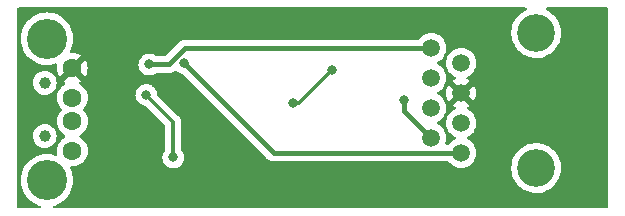
<source format=gbr>
%TF.GenerationSoftware,KiCad,Pcbnew,(6.0.4)*%
%TF.CreationDate,2023-01-25T09:54:27+09:00*%
%TF.ProjectId,naraetracker-usb-convertor,6e617261-6574-4726-9163-6b65722d7573,rev?*%
%TF.SameCoordinates,Original*%
%TF.FileFunction,Copper,L2,Bot*%
%TF.FilePolarity,Positive*%
%FSLAX46Y46*%
G04 Gerber Fmt 4.6, Leading zero omitted, Abs format (unit mm)*
G04 Created by KiCad (PCBNEW (6.0.4)) date 2023-01-25 09:54:27*
%MOMM*%
%LPD*%
G01*
G04 APERTURE LIST*
%TA.AperFunction,ComponentPad*%
%ADD10C,3.200000*%
%TD*%
%TA.AperFunction,ComponentPad*%
%ADD11C,1.520000*%
%TD*%
%TA.AperFunction,ComponentPad*%
%ADD12C,1.000000*%
%TD*%
%TA.AperFunction,ComponentPad*%
%ADD13C,1.600000*%
%TD*%
%TA.AperFunction,ComponentPad*%
%ADD14C,3.400000*%
%TD*%
%TA.AperFunction,ViaPad*%
%ADD15C,0.800000*%
%TD*%
%TA.AperFunction,Conductor*%
%ADD16C,0.300000*%
%TD*%
%TA.AperFunction,Conductor*%
%ADD17C,0.400000*%
%TD*%
G04 APERTURE END LIST*
D10*
%TO.P,RJ1,*%
%TO.N,*%
X146812000Y-93858000D03*
X146812000Y-82428000D03*
D11*
%TO.P,RJ1,1,1*%
%TO.N,/TX*%
X140462000Y-92578000D03*
%TO.P,RJ1,2,2*%
%TO.N,/RST*%
X137922000Y-91308000D03*
%TO.P,RJ1,3,3*%
%TO.N,+3V3*%
X140462000Y-90038000D03*
%TO.P,RJ1,4,4*%
%TO.N,unconnected-(RJ1-Pad4)*%
X137922000Y-88768000D03*
%TO.P,RJ1,5,5*%
%TO.N,GND*%
X140462000Y-87508000D03*
%TO.P,RJ1,6,6*%
%TO.N,unconnected-(RJ1-Pad6)*%
X137922000Y-86238000D03*
%TO.P,RJ1,7,7*%
%TO.N,/IO0*%
X140462000Y-84958000D03*
%TO.P,RJ1,8,8*%
%TO.N,/RX*%
X137922000Y-83698000D03*
%TD*%
D12*
%TO.P,USB1,*%
%TO.N,*%
X105191000Y-91150000D03*
X105191000Y-86650000D03*
D13*
%TO.P,USB1,1,VCC*%
%TO.N,VBUS*%
X107541000Y-92400000D03*
%TO.P,USB1,2,D-*%
%TO.N,/DM*%
X107541000Y-89900000D03*
%TO.P,USB1,3,D+*%
%TO.N,/DP*%
X107541000Y-87900000D03*
%TO.P,USB1,4,GND*%
%TO.N,GND*%
X107521000Y-85400000D03*
D14*
%TO.P,USB1,MH1,MH1*%
%TO.N,unconnected-(USB1-PadMH1)*%
X105381000Y-94900000D03*
%TO.P,USB1,MH2,MH2*%
%TO.N,unconnected-(USB1-PadMH2)*%
X105381000Y-82900000D03*
%TD*%
D15*
%TO.N,GND*%
X117348000Y-90678000D03*
X112522000Y-81788000D03*
X120396000Y-82042000D03*
X108966000Y-81788000D03*
%TO.N,+3V3*%
X116078000Y-92964000D03*
X113792000Y-87657020D03*
%TO.N,Net-(Q1-Pad2)*%
X126238000Y-88392000D03*
X129540000Y-85598000D03*
%TO.N,/RST*%
X135636000Y-88138000D03*
%TO.N,/TX*%
X116965000Y-84965000D03*
%TO.N,/RX*%
X114046000Y-85090000D03*
%TD*%
D16*
%TO.N,+3V3*%
X113792000Y-87657020D02*
X116078000Y-89943020D01*
X116078000Y-89943020D02*
X116078000Y-92964000D01*
%TO.N,Net-(Q1-Pad2)*%
X129540000Y-85598000D02*
X126746000Y-88392000D01*
X126746000Y-88392000D02*
X126238000Y-88392000D01*
D17*
%TO.N,/RST*%
X135636000Y-89022000D02*
X137922000Y-91308000D01*
X135636000Y-88138000D02*
X135636000Y-89022000D01*
%TO.N,/TX*%
X124578000Y-92578000D02*
X140462000Y-92578000D01*
X116965000Y-84965000D02*
X124578000Y-92578000D01*
%TO.N,/RX*%
X117101320Y-83698000D02*
X137922000Y-83698000D01*
X115709320Y-85090000D02*
X117101320Y-83698000D01*
X114046000Y-85090000D02*
X115709320Y-85090000D01*
%TD*%
%TA.AperFunction,Conductor*%
%TO.N,GND*%
G36*
X145961532Y-80284502D02*
G01*
X146008025Y-80338158D01*
X146018129Y-80408432D01*
X145988635Y-80473012D01*
X145942846Y-80506397D01*
X145852524Y-80544923D01*
X145727960Y-80619473D01*
X145609521Y-80690357D01*
X145609517Y-80690360D01*
X145605839Y-80692561D01*
X145381472Y-80872313D01*
X145183577Y-81080851D01*
X145015814Y-81314317D01*
X144881288Y-81568392D01*
X144782489Y-81838373D01*
X144721245Y-82119264D01*
X144720909Y-82123534D01*
X144704883Y-82327172D01*
X144698689Y-82405869D01*
X144715238Y-82692883D01*
X144716063Y-82697088D01*
X144716064Y-82697096D01*
X144748010Y-82859921D01*
X144770586Y-82974995D01*
X144771973Y-82979045D01*
X144771974Y-82979050D01*
X144851689Y-83211876D01*
X144863710Y-83246986D01*
X144892265Y-83303761D01*
X144979338Y-83476886D01*
X144992885Y-83503822D01*
X145155721Y-83740750D01*
X145158608Y-83743923D01*
X145158609Y-83743924D01*
X145262781Y-83858408D01*
X145349206Y-83953388D01*
X145352501Y-83956143D01*
X145352502Y-83956144D01*
X145564631Y-84133510D01*
X145569759Y-84137798D01*
X145813298Y-84290571D01*
X146075318Y-84408877D01*
X146099517Y-84416045D01*
X146346857Y-84489311D01*
X146346862Y-84489312D01*
X146350970Y-84490529D01*
X146355204Y-84491177D01*
X146355209Y-84491178D01*
X146594538Y-84527800D01*
X146635153Y-84534015D01*
X146781485Y-84536314D01*
X146918317Y-84538464D01*
X146918323Y-84538464D01*
X146922608Y-84538531D01*
X146926860Y-84538016D01*
X146926868Y-84538016D01*
X147203756Y-84504508D01*
X147203761Y-84504507D01*
X147208017Y-84503992D01*
X147486097Y-84431039D01*
X147751704Y-84321021D01*
X147924865Y-84219834D01*
X147996219Y-84178138D01*
X147996220Y-84178137D01*
X147999922Y-84175974D01*
X148226159Y-83998582D01*
X148241685Y-83982561D01*
X148361997Y-83858408D01*
X148426227Y-83792128D01*
X148428760Y-83788680D01*
X148428764Y-83788675D01*
X148593887Y-83563886D01*
X148596425Y-83560431D01*
X148733604Y-83307779D01*
X148790073Y-83158339D01*
X148833707Y-83042866D01*
X148833708Y-83042862D01*
X148835225Y-83038848D01*
X148899407Y-82758613D01*
X148902907Y-82719402D01*
X148924743Y-82474726D01*
X148924743Y-82474724D01*
X148924963Y-82472260D01*
X148925427Y-82428000D01*
X148905873Y-82141175D01*
X148901336Y-82119264D01*
X148848443Y-81863855D01*
X148847574Y-81859658D01*
X148751607Y-81588657D01*
X148619750Y-81333188D01*
X148606488Y-81314317D01*
X148488780Y-81146837D01*
X148454441Y-81097977D01*
X148258740Y-80887378D01*
X148036268Y-80705287D01*
X147791142Y-80555073D01*
X147679058Y-80505872D01*
X147624725Y-80460177D01*
X147603720Y-80392359D01*
X147622714Y-80323951D01*
X147675678Y-80276671D01*
X147729706Y-80264500D01*
X152781500Y-80264500D01*
X152849621Y-80284502D01*
X152896114Y-80338158D01*
X152907500Y-80390500D01*
X152907500Y-97155500D01*
X152887498Y-97223621D01*
X152833842Y-97270114D01*
X152781500Y-97281500D01*
X105999155Y-97281500D01*
X105931034Y-97261498D01*
X105884541Y-97207842D01*
X105874437Y-97137568D01*
X105903931Y-97072988D01*
X105958654Y-97036187D01*
X106224066Y-96946092D01*
X106224076Y-96946088D01*
X106227970Y-96944766D01*
X106231665Y-96942944D01*
X106483916Y-96818548D01*
X106483921Y-96818545D01*
X106487620Y-96816721D01*
X106728335Y-96655881D01*
X106731429Y-96653168D01*
X106731435Y-96653163D01*
X106942907Y-96467705D01*
X106945996Y-96464996D01*
X106948833Y-96461761D01*
X107134164Y-96250434D01*
X107134169Y-96250427D01*
X107136881Y-96247335D01*
X107297721Y-96006619D01*
X107425766Y-95746970D01*
X107427090Y-95743070D01*
X107517498Y-95476738D01*
X107517499Y-95476734D01*
X107518825Y-95472828D01*
X107528240Y-95425498D01*
X107574500Y-95192929D01*
X107574500Y-95192926D01*
X107575304Y-95188886D01*
X107594239Y-94900000D01*
X107575304Y-94611114D01*
X107546173Y-94464660D01*
X107519631Y-94331222D01*
X107519629Y-94331216D01*
X107518825Y-94327172D01*
X107471791Y-94188613D01*
X107427090Y-94056930D01*
X107427089Y-94056928D01*
X107425766Y-94053030D01*
X107344584Y-93888409D01*
X107332394Y-93818468D01*
X107359953Y-93753039D01*
X107418511Y-93712895D01*
X107468572Y-93707162D01*
X107535514Y-93713019D01*
X107535525Y-93713019D01*
X107541000Y-93713498D01*
X107769087Y-93693543D01*
X107774400Y-93692119D01*
X107774402Y-93692119D01*
X107984933Y-93635707D01*
X107984935Y-93635706D01*
X107990243Y-93634284D01*
X107995225Y-93631961D01*
X108192762Y-93539849D01*
X108192767Y-93539846D01*
X108197749Y-93537523D01*
X108302611Y-93464098D01*
X108380789Y-93409357D01*
X108380792Y-93409355D01*
X108385300Y-93406198D01*
X108547198Y-93244300D01*
X108555282Y-93232756D01*
X108642367Y-93108385D01*
X108678523Y-93056749D01*
X108680846Y-93051767D01*
X108680849Y-93051762D01*
X108772961Y-92854225D01*
X108772961Y-92854224D01*
X108775284Y-92849243D01*
X108790185Y-92793634D01*
X108833119Y-92633402D01*
X108833119Y-92633400D01*
X108834543Y-92628087D01*
X108854498Y-92400000D01*
X108834543Y-92171913D01*
X108820729Y-92120357D01*
X108776707Y-91956067D01*
X108776706Y-91956065D01*
X108775284Y-91950757D01*
X108744090Y-91883861D01*
X108680849Y-91748238D01*
X108680846Y-91748233D01*
X108678523Y-91743251D01*
X108547198Y-91555700D01*
X108385300Y-91393802D01*
X108380792Y-91390645D01*
X108380789Y-91390643D01*
X108270581Y-91313475D01*
X108197749Y-91262477D01*
X108192767Y-91260154D01*
X108190973Y-91259118D01*
X108141981Y-91207734D01*
X108128546Y-91138021D01*
X108154934Y-91072110D01*
X108190973Y-91040882D01*
X108192767Y-91039846D01*
X108197749Y-91037523D01*
X108338017Y-90939306D01*
X108380789Y-90909357D01*
X108380792Y-90909355D01*
X108385300Y-90906198D01*
X108547198Y-90744300D01*
X108678523Y-90556749D01*
X108680846Y-90551767D01*
X108680849Y-90551762D01*
X108772961Y-90354225D01*
X108772961Y-90354224D01*
X108775284Y-90349243D01*
X108780601Y-90329402D01*
X108833119Y-90133402D01*
X108833119Y-90133400D01*
X108834543Y-90128087D01*
X108854498Y-89900000D01*
X108834543Y-89671913D01*
X108823481Y-89630630D01*
X108776707Y-89456067D01*
X108776706Y-89456065D01*
X108775284Y-89450757D01*
X108755897Y-89409181D01*
X108680849Y-89248238D01*
X108680846Y-89248233D01*
X108678523Y-89243251D01*
X108593831Y-89122299D01*
X108550357Y-89060211D01*
X108550355Y-89060208D01*
X108547198Y-89055700D01*
X108480593Y-88989095D01*
X108446567Y-88926783D01*
X108451632Y-88855968D01*
X108480593Y-88810905D01*
X108547198Y-88744300D01*
X108554179Y-88734331D01*
X108617046Y-88644547D01*
X108678523Y-88556749D01*
X108680846Y-88551767D01*
X108680849Y-88551762D01*
X108772961Y-88354225D01*
X108772961Y-88354224D01*
X108775284Y-88349243D01*
X108780996Y-88327928D01*
X108833119Y-88133402D01*
X108833119Y-88133400D01*
X108834543Y-88128087D01*
X108854498Y-87900000D01*
X108834543Y-87671913D01*
X108832002Y-87662429D01*
X108830553Y-87657020D01*
X112878496Y-87657020D01*
X112879186Y-87663585D01*
X112886623Y-87734340D01*
X112898458Y-87846948D01*
X112957473Y-88028576D01*
X113052960Y-88193964D01*
X113057378Y-88198871D01*
X113057379Y-88198872D01*
X113176325Y-88330975D01*
X113180747Y-88335886D01*
X113335248Y-88448138D01*
X113341276Y-88450822D01*
X113341278Y-88450823D01*
X113503681Y-88523129D01*
X113509712Y-88525814D01*
X113603113Y-88545667D01*
X113690056Y-88564148D01*
X113690061Y-88564148D01*
X113696513Y-88565520D01*
X113717050Y-88565520D01*
X113785171Y-88585522D01*
X113806145Y-88602425D01*
X115382595Y-90178875D01*
X115416621Y-90241187D01*
X115419500Y-90267970D01*
X115419500Y-92289241D01*
X115399498Y-92357362D01*
X115387136Y-92373551D01*
X115358392Y-92405475D01*
X115338960Y-92427056D01*
X115243473Y-92592444D01*
X115184458Y-92774072D01*
X115164496Y-92964000D01*
X115165186Y-92970565D01*
X115183732Y-93147016D01*
X115184458Y-93153928D01*
X115243473Y-93335556D01*
X115338960Y-93500944D01*
X115466747Y-93642866D01*
X115621248Y-93755118D01*
X115627276Y-93757802D01*
X115627278Y-93757803D01*
X115715519Y-93797090D01*
X115795712Y-93832794D01*
X115880734Y-93850866D01*
X115976056Y-93871128D01*
X115976061Y-93871128D01*
X115982513Y-93872500D01*
X116173487Y-93872500D01*
X116179939Y-93871128D01*
X116179944Y-93871128D01*
X116275266Y-93850866D01*
X116360288Y-93832794D01*
X116440481Y-93797090D01*
X116528722Y-93757803D01*
X116528724Y-93757802D01*
X116534752Y-93755118D01*
X116689253Y-93642866D01*
X116817040Y-93500944D01*
X116912527Y-93335556D01*
X116971542Y-93153928D01*
X116972269Y-93147016D01*
X116990814Y-92970565D01*
X116991504Y-92964000D01*
X116971542Y-92774072D01*
X116912527Y-92592444D01*
X116817040Y-92427056D01*
X116797609Y-92405475D01*
X116768864Y-92373551D01*
X116738146Y-92309544D01*
X116736500Y-92289241D01*
X116736500Y-90025076D01*
X116737059Y-90013220D01*
X116737059Y-90013217D01*
X116738788Y-90005483D01*
X116736562Y-89934651D01*
X116736500Y-89930693D01*
X116736500Y-89901588D01*
X116735944Y-89897188D01*
X116735012Y-89885350D01*
X116734627Y-89873075D01*
X116733562Y-89839189D01*
X116727580Y-89818599D01*
X116723570Y-89799236D01*
X116721875Y-89785816D01*
X116721875Y-89785815D01*
X116720882Y-89777956D01*
X116717966Y-89770591D01*
X116717965Y-89770587D01*
X116703874Y-89734999D01*
X116700035Y-89723789D01*
X116687145Y-89679420D01*
X116676229Y-89660963D01*
X116667534Y-89643213D01*
X116659635Y-89623264D01*
X116640922Y-89597508D01*
X116632477Y-89585884D01*
X116625960Y-89575963D01*
X116602452Y-89536213D01*
X116587291Y-89521052D01*
X116574449Y-89506017D01*
X116561841Y-89488663D01*
X116526241Y-89459212D01*
X116517462Y-89451223D01*
X114734970Y-87668730D01*
X114700944Y-87606418D01*
X114698755Y-87592806D01*
X114697265Y-87578624D01*
X114685542Y-87467092D01*
X114680235Y-87450757D01*
X114628569Y-87291749D01*
X114626527Y-87285464D01*
X114617141Y-87269206D01*
X114534341Y-87125794D01*
X114531040Y-87120076D01*
X114493130Y-87077972D01*
X114407675Y-86983065D01*
X114407674Y-86983064D01*
X114403253Y-86978154D01*
X114267029Y-86879181D01*
X114254094Y-86869783D01*
X114254093Y-86869782D01*
X114248752Y-86865902D01*
X114242724Y-86863218D01*
X114242722Y-86863217D01*
X114080319Y-86790911D01*
X114080318Y-86790911D01*
X114074288Y-86788226D01*
X113968002Y-86765634D01*
X113893944Y-86749892D01*
X113893939Y-86749892D01*
X113887487Y-86748520D01*
X113696513Y-86748520D01*
X113690061Y-86749892D01*
X113690056Y-86749892D01*
X113615998Y-86765634D01*
X113509712Y-86788226D01*
X113503682Y-86790911D01*
X113503681Y-86790911D01*
X113341278Y-86863217D01*
X113341276Y-86863218D01*
X113335248Y-86865902D01*
X113329907Y-86869782D01*
X113329906Y-86869783D01*
X113316971Y-86879181D01*
X113180747Y-86978154D01*
X113176326Y-86983064D01*
X113176325Y-86983065D01*
X113090871Y-87077972D01*
X113052960Y-87120076D01*
X113049659Y-87125794D01*
X112966860Y-87269206D01*
X112957473Y-87285464D01*
X112898458Y-87467092D01*
X112897768Y-87473653D01*
X112897768Y-87473655D01*
X112885328Y-87592017D01*
X112878496Y-87657020D01*
X108830553Y-87657020D01*
X108776707Y-87456067D01*
X108776706Y-87456065D01*
X108775284Y-87450757D01*
X108767489Y-87434040D01*
X108680849Y-87248238D01*
X108680846Y-87248233D01*
X108678523Y-87243251D01*
X108603409Y-87135978D01*
X108550357Y-87060211D01*
X108550355Y-87060208D01*
X108547198Y-87055700D01*
X108385300Y-86893802D01*
X108380792Y-86890645D01*
X108380789Y-86890643D01*
X108298372Y-86832934D01*
X108197749Y-86762477D01*
X108189426Y-86758596D01*
X108188203Y-86757520D01*
X108187998Y-86757401D01*
X108188022Y-86757360D01*
X108136139Y-86711681D01*
X108116675Y-86643405D01*
X108137214Y-86575444D01*
X108177602Y-86537237D01*
X108177498Y-86537088D01*
X108178506Y-86536382D01*
X108179671Y-86535280D01*
X108182002Y-86533934D01*
X108234048Y-86497491D01*
X108242424Y-86487012D01*
X108235356Y-86473566D01*
X107533812Y-85772022D01*
X107519868Y-85764408D01*
X107518035Y-85764539D01*
X107511420Y-85768790D01*
X106805923Y-86474287D01*
X106799493Y-86486062D01*
X106808789Y-86498077D01*
X106859994Y-86533931D01*
X106869487Y-86539412D01*
X106872555Y-86540843D01*
X106873679Y-86541832D01*
X106874253Y-86542164D01*
X106874186Y-86542279D01*
X106925839Y-86587762D01*
X106945298Y-86656039D01*
X106924755Y-86723999D01*
X106884181Y-86762378D01*
X106884251Y-86762477D01*
X106879742Y-86765634D01*
X106879739Y-86765636D01*
X106701211Y-86890643D01*
X106701208Y-86890645D01*
X106696700Y-86893802D01*
X106534802Y-87055700D01*
X106531645Y-87060208D01*
X106531643Y-87060211D01*
X106478591Y-87135978D01*
X106403477Y-87243251D01*
X106401154Y-87248233D01*
X106401151Y-87248238D01*
X106314511Y-87434040D01*
X106306716Y-87450757D01*
X106305294Y-87456065D01*
X106305293Y-87456067D01*
X106249998Y-87662429D01*
X106247457Y-87671913D01*
X106227502Y-87900000D01*
X106247457Y-88128087D01*
X106248881Y-88133400D01*
X106248881Y-88133402D01*
X106301005Y-88327928D01*
X106306716Y-88349243D01*
X106309039Y-88354224D01*
X106309039Y-88354225D01*
X106401151Y-88551762D01*
X106401154Y-88551767D01*
X106403477Y-88556749D01*
X106464954Y-88644547D01*
X106527822Y-88734331D01*
X106534802Y-88744300D01*
X106601407Y-88810905D01*
X106635433Y-88873217D01*
X106630368Y-88944032D01*
X106601407Y-88989095D01*
X106534802Y-89055700D01*
X106531645Y-89060208D01*
X106531643Y-89060211D01*
X106488169Y-89122299D01*
X106403477Y-89243251D01*
X106401154Y-89248233D01*
X106401151Y-89248238D01*
X106326103Y-89409181D01*
X106306716Y-89450757D01*
X106305294Y-89456065D01*
X106305293Y-89456067D01*
X106258519Y-89630630D01*
X106247457Y-89671913D01*
X106227502Y-89900000D01*
X106247457Y-90128087D01*
X106248881Y-90133400D01*
X106248881Y-90133402D01*
X106301400Y-90329402D01*
X106306716Y-90349243D01*
X106309039Y-90354224D01*
X106309039Y-90354225D01*
X106401151Y-90551762D01*
X106401154Y-90551767D01*
X106403477Y-90556749D01*
X106534802Y-90744300D01*
X106696700Y-90906198D01*
X106701208Y-90909355D01*
X106701211Y-90909357D01*
X106743983Y-90939306D01*
X106884251Y-91037523D01*
X106889233Y-91039846D01*
X106891027Y-91040882D01*
X106940019Y-91092266D01*
X106953454Y-91161979D01*
X106927066Y-91227890D01*
X106891027Y-91259118D01*
X106889233Y-91260154D01*
X106884251Y-91262477D01*
X106811419Y-91313475D01*
X106701211Y-91390643D01*
X106701208Y-91390645D01*
X106696700Y-91393802D01*
X106534802Y-91555700D01*
X106403477Y-91743251D01*
X106401154Y-91748233D01*
X106401151Y-91748238D01*
X106337910Y-91883861D01*
X106306716Y-91950757D01*
X106305294Y-91956065D01*
X106305293Y-91956067D01*
X106261271Y-92120357D01*
X106247457Y-92171913D01*
X106227502Y-92400000D01*
X106247457Y-92628087D01*
X106248881Y-92633400D01*
X106248881Y-92633402D01*
X106255349Y-92657541D01*
X106253659Y-92728518D01*
X106213864Y-92787314D01*
X106148600Y-92815261D01*
X106093141Y-92809465D01*
X105957743Y-92763504D01*
X105953828Y-92762175D01*
X105949784Y-92761371D01*
X105949778Y-92761369D01*
X105673929Y-92706500D01*
X105673926Y-92706500D01*
X105669886Y-92705696D01*
X105665775Y-92705427D01*
X105665771Y-92705426D01*
X105385119Y-92687031D01*
X105381000Y-92686761D01*
X105376881Y-92687031D01*
X105096229Y-92705426D01*
X105096225Y-92705427D01*
X105092114Y-92705696D01*
X105088074Y-92706500D01*
X105088071Y-92706500D01*
X104812222Y-92761369D01*
X104812216Y-92761371D01*
X104808172Y-92762175D01*
X104804266Y-92763501D01*
X104804262Y-92763502D01*
X104537930Y-92853910D01*
X104534030Y-92855234D01*
X104530337Y-92857055D01*
X104530335Y-92857056D01*
X104357091Y-92942491D01*
X104274381Y-92983279D01*
X104033665Y-93144119D01*
X104030573Y-93146831D01*
X104030566Y-93146836D01*
X103866983Y-93290296D01*
X103816004Y-93335004D01*
X103813295Y-93338093D01*
X103627836Y-93549566D01*
X103627831Y-93549573D01*
X103625119Y-93552665D01*
X103464279Y-93793381D01*
X103336234Y-94053030D01*
X103334911Y-94056928D01*
X103334910Y-94056930D01*
X103290210Y-94188613D01*
X103243175Y-94327172D01*
X103242371Y-94331216D01*
X103242369Y-94331222D01*
X103215827Y-94464660D01*
X103186696Y-94611114D01*
X103167761Y-94900000D01*
X103186696Y-95188886D01*
X103187500Y-95192926D01*
X103187500Y-95192929D01*
X103233761Y-95425498D01*
X103243175Y-95472828D01*
X103244501Y-95476734D01*
X103244502Y-95476738D01*
X103334910Y-95743070D01*
X103336234Y-95746970D01*
X103464279Y-96006619D01*
X103625119Y-96247335D01*
X103627831Y-96250427D01*
X103627836Y-96250434D01*
X103813167Y-96461761D01*
X103816004Y-96464996D01*
X103819093Y-96467705D01*
X104030565Y-96653163D01*
X104030571Y-96653168D01*
X104033665Y-96655881D01*
X104274380Y-96816721D01*
X104278079Y-96818545D01*
X104278084Y-96818548D01*
X104530335Y-96942944D01*
X104534030Y-96944766D01*
X104537924Y-96946088D01*
X104537934Y-96946092D01*
X104803346Y-97036187D01*
X104861423Y-97077024D01*
X104888201Y-97142777D01*
X104875180Y-97212569D01*
X104826493Y-97264242D01*
X104762845Y-97281500D01*
X102996500Y-97281500D01*
X102928379Y-97261498D01*
X102881886Y-97207842D01*
X102870500Y-97155500D01*
X102870500Y-91135851D01*
X104177719Y-91135851D01*
X104178235Y-91141995D01*
X104193518Y-91324000D01*
X104194268Y-91332934D01*
X104248783Y-91523050D01*
X104339187Y-91698956D01*
X104462035Y-91853953D01*
X104466728Y-91857947D01*
X104466729Y-91857948D01*
X104602194Y-91973237D01*
X104612650Y-91982136D01*
X104785294Y-92078624D01*
X104973392Y-92139740D01*
X105169777Y-92163158D01*
X105175912Y-92162686D01*
X105175914Y-92162686D01*
X105360830Y-92148457D01*
X105360834Y-92148456D01*
X105366972Y-92147984D01*
X105557463Y-92094798D01*
X105562967Y-92092018D01*
X105562969Y-92092017D01*
X105728495Y-92008404D01*
X105728497Y-92008403D01*
X105733996Y-92005625D01*
X105889847Y-91883861D01*
X105983489Y-91775376D01*
X106015049Y-91738813D01*
X106015050Y-91738811D01*
X106019078Y-91734145D01*
X106116769Y-91562179D01*
X106179197Y-91374513D01*
X106203985Y-91178295D01*
X106204380Y-91150000D01*
X106185080Y-90953167D01*
X106127916Y-90763831D01*
X106035066Y-90589204D01*
X105964709Y-90502938D01*
X105913960Y-90440713D01*
X105913957Y-90440710D01*
X105910065Y-90435938D01*
X105903724Y-90430692D01*
X105762425Y-90313799D01*
X105762421Y-90313797D01*
X105757675Y-90309870D01*
X105583701Y-90215802D01*
X105394768Y-90157318D01*
X105388643Y-90156674D01*
X105388642Y-90156674D01*
X105204204Y-90137289D01*
X105204202Y-90137289D01*
X105198075Y-90136645D01*
X105115576Y-90144153D01*
X105007251Y-90154011D01*
X105007248Y-90154012D01*
X105001112Y-90154570D01*
X104995206Y-90156308D01*
X104995202Y-90156309D01*
X104918529Y-90178875D01*
X104811381Y-90210410D01*
X104805923Y-90213263D01*
X104805919Y-90213265D01*
X104718219Y-90259114D01*
X104636110Y-90302040D01*
X104481975Y-90425968D01*
X104354846Y-90577474D01*
X104351879Y-90582872D01*
X104351875Y-90582877D01*
X104301411Y-90674672D01*
X104259567Y-90750787D01*
X104257706Y-90756654D01*
X104257705Y-90756656D01*
X104209265Y-90909357D01*
X104199765Y-90939306D01*
X104177719Y-91135851D01*
X102870500Y-91135851D01*
X102870500Y-86635851D01*
X104177719Y-86635851D01*
X104178235Y-86641995D01*
X104193561Y-86824509D01*
X104194268Y-86832934D01*
X104248783Y-87023050D01*
X104251602Y-87028535D01*
X104310734Y-87143592D01*
X104339187Y-87198956D01*
X104462035Y-87353953D01*
X104466728Y-87357947D01*
X104466729Y-87357948D01*
X104587597Y-87460814D01*
X104612650Y-87482136D01*
X104785294Y-87578624D01*
X104973392Y-87639740D01*
X105169777Y-87663158D01*
X105175912Y-87662686D01*
X105175914Y-87662686D01*
X105360830Y-87648457D01*
X105360834Y-87648456D01*
X105366972Y-87647984D01*
X105557463Y-87594798D01*
X105562967Y-87592018D01*
X105562969Y-87592017D01*
X105728495Y-87508404D01*
X105728497Y-87508403D01*
X105733996Y-87505625D01*
X105889847Y-87383861D01*
X105989999Y-87267834D01*
X106015049Y-87238813D01*
X106015050Y-87238811D01*
X106019078Y-87234145D01*
X106116769Y-87062179D01*
X106179197Y-86874513D01*
X106203985Y-86678295D01*
X106204380Y-86650000D01*
X106185080Y-86453167D01*
X106171698Y-86408842D01*
X106133024Y-86280749D01*
X106127916Y-86263831D01*
X106035066Y-86089204D01*
X105961089Y-85998500D01*
X105913960Y-85940713D01*
X105913957Y-85940710D01*
X105910065Y-85935938D01*
X105902334Y-85929542D01*
X105762425Y-85813799D01*
X105762421Y-85813797D01*
X105757675Y-85809870D01*
X105583701Y-85715802D01*
X105394768Y-85657318D01*
X105388643Y-85656674D01*
X105388642Y-85656674D01*
X105204204Y-85637289D01*
X105204202Y-85637289D01*
X105198075Y-85636645D01*
X105115576Y-85644153D01*
X105007251Y-85654011D01*
X105007248Y-85654012D01*
X105001112Y-85654570D01*
X104995206Y-85656308D01*
X104995202Y-85656309D01*
X104890076Y-85687249D01*
X104811381Y-85710410D01*
X104805923Y-85713263D01*
X104805919Y-85713265D01*
X104745092Y-85745065D01*
X104636110Y-85802040D01*
X104481975Y-85925968D01*
X104354846Y-86077474D01*
X104351879Y-86082872D01*
X104351875Y-86082877D01*
X104307104Y-86164317D01*
X104259567Y-86250787D01*
X104257706Y-86256654D01*
X104257705Y-86256656D01*
X104252852Y-86271955D01*
X104199765Y-86439306D01*
X104177719Y-86635851D01*
X102870500Y-86635851D01*
X102870500Y-82900000D01*
X103167761Y-82900000D01*
X103168031Y-82904119D01*
X103185348Y-83168314D01*
X103186696Y-83188886D01*
X103187500Y-83192926D01*
X103187500Y-83192929D01*
X103201337Y-83262490D01*
X103243175Y-83472828D01*
X103244501Y-83476734D01*
X103244502Y-83476738D01*
X103334910Y-83743070D01*
X103336234Y-83746970D01*
X103338053Y-83750658D01*
X103338056Y-83750665D01*
X103360021Y-83795206D01*
X103464279Y-84006619D01*
X103625119Y-84247335D01*
X103627831Y-84250427D01*
X103627836Y-84250434D01*
X103802051Y-84449086D01*
X103816004Y-84464996D01*
X103819093Y-84467705D01*
X104030565Y-84653163D01*
X104030571Y-84653168D01*
X104033665Y-84655881D01*
X104274380Y-84816721D01*
X104278079Y-84818545D01*
X104278084Y-84818548D01*
X104530335Y-84942944D01*
X104534030Y-84944766D01*
X104537928Y-84946089D01*
X104537930Y-84946090D01*
X104804262Y-85036498D01*
X104804266Y-85036499D01*
X104808172Y-85037825D01*
X104812216Y-85038629D01*
X104812222Y-85038631D01*
X105088071Y-85093500D01*
X105088074Y-85093500D01*
X105092114Y-85094304D01*
X105096225Y-85094573D01*
X105096229Y-85094574D01*
X105376881Y-85112969D01*
X105381000Y-85113239D01*
X105385119Y-85112969D01*
X105665771Y-85094574D01*
X105665775Y-85094573D01*
X105669886Y-85094304D01*
X105673926Y-85093500D01*
X105673929Y-85093500D01*
X105949778Y-85038631D01*
X105949784Y-85038629D01*
X105953828Y-85037825D01*
X105974767Y-85030717D01*
X106071709Y-84997810D01*
X106142644Y-84994854D01*
X106203916Y-85030717D01*
X106236073Y-85094014D01*
X106233917Y-85149732D01*
X106229376Y-85166681D01*
X106227472Y-85177481D01*
X106208483Y-85394525D01*
X106208483Y-85405475D01*
X106227472Y-85622519D01*
X106229375Y-85633312D01*
X106285764Y-85843761D01*
X106289510Y-85854053D01*
X106381586Y-86051511D01*
X106387069Y-86061006D01*
X106423509Y-86113048D01*
X106433988Y-86121424D01*
X106447434Y-86114356D01*
X107160658Y-85401132D01*
X107885408Y-85401132D01*
X107885539Y-85402965D01*
X107889790Y-85409580D01*
X108595287Y-86115077D01*
X108607062Y-86121507D01*
X108619077Y-86112211D01*
X108654931Y-86061006D01*
X108660414Y-86051511D01*
X108752490Y-85854053D01*
X108756236Y-85843761D01*
X108812625Y-85633312D01*
X108814528Y-85622519D01*
X108833517Y-85405475D01*
X108833517Y-85394525D01*
X108814528Y-85177481D01*
X108812625Y-85166688D01*
X108792077Y-85090000D01*
X113132496Y-85090000D01*
X113133186Y-85096565D01*
X113150633Y-85262561D01*
X113152458Y-85279928D01*
X113211473Y-85461556D01*
X113306960Y-85626944D01*
X113311378Y-85631851D01*
X113311379Y-85631852D01*
X113414367Y-85746232D01*
X113434747Y-85768866D01*
X113589248Y-85881118D01*
X113595276Y-85883802D01*
X113595278Y-85883803D01*
X113723101Y-85940713D01*
X113763712Y-85958794D01*
X113857112Y-85978647D01*
X113944056Y-85997128D01*
X113944061Y-85997128D01*
X113950513Y-85998500D01*
X114141487Y-85998500D01*
X114147939Y-85997128D01*
X114147944Y-85997128D01*
X114234888Y-85978647D01*
X114328288Y-85958794D01*
X114368899Y-85940713D01*
X114496722Y-85883803D01*
X114496724Y-85883802D01*
X114502752Y-85881118D01*
X114540004Y-85854053D01*
X114583344Y-85822564D01*
X114650211Y-85798706D01*
X114657405Y-85798500D01*
X115680408Y-85798500D01*
X115688978Y-85798792D01*
X115739096Y-85802209D01*
X115739100Y-85802209D01*
X115746672Y-85802725D01*
X115754149Y-85801420D01*
X115754150Y-85801420D01*
X115795484Y-85794206D01*
X115809623Y-85791738D01*
X115816141Y-85790777D01*
X115879562Y-85783102D01*
X115886663Y-85780419D01*
X115889272Y-85779778D01*
X115905582Y-85775315D01*
X115908118Y-85774550D01*
X115915604Y-85773243D01*
X115974120Y-85747556D01*
X115980224Y-85745065D01*
X116032868Y-85725173D01*
X116032869Y-85725172D01*
X116039976Y-85722487D01*
X116046239Y-85718183D01*
X116048605Y-85716946D01*
X116063417Y-85708701D01*
X116065671Y-85707368D01*
X116072625Y-85704315D01*
X116123322Y-85665413D01*
X116128652Y-85661541D01*
X116181302Y-85625357D01*
X116182242Y-85626725D01*
X116238330Y-85600528D01*
X116308688Y-85610029D01*
X116343619Y-85635434D01*
X116344423Y-85634541D01*
X116349325Y-85638954D01*
X116353747Y-85643866D01*
X116508248Y-85756118D01*
X116514276Y-85758802D01*
X116514278Y-85758803D01*
X116676681Y-85831109D01*
X116682712Y-85833794D01*
X116778023Y-85854053D01*
X116835569Y-85866285D01*
X116898467Y-85900437D01*
X124056550Y-93058520D01*
X124062404Y-93064785D01*
X124100439Y-93108385D01*
X124106657Y-93112755D01*
X124152697Y-93145112D01*
X124157993Y-93149045D01*
X124208282Y-93188477D01*
X124215204Y-93191602D01*
X124217452Y-93192964D01*
X124232185Y-93201368D01*
X124234524Y-93202622D01*
X124240739Y-93206990D01*
X124247815Y-93209749D01*
X124247819Y-93209751D01*
X124300269Y-93230200D01*
X124306334Y-93232749D01*
X124364573Y-93259045D01*
X124372038Y-93260429D01*
X124374582Y-93261226D01*
X124390848Y-93265859D01*
X124393428Y-93266521D01*
X124400509Y-93269282D01*
X124408042Y-93270274D01*
X124408043Y-93270274D01*
X124440699Y-93274573D01*
X124463857Y-93277622D01*
X124470355Y-93278650D01*
X124533187Y-93290296D01*
X124540767Y-93289859D01*
X124540768Y-93289859D01*
X124595393Y-93286709D01*
X124602647Y-93286500D01*
X139343954Y-93286500D01*
X139412075Y-93306502D01*
X139447167Y-93340230D01*
X139483398Y-93391974D01*
X139483402Y-93391979D01*
X139486561Y-93396490D01*
X139643510Y-93553439D01*
X139648018Y-93556596D01*
X139648021Y-93556598D01*
X139723687Y-93609580D01*
X139825327Y-93680749D01*
X139830309Y-93683072D01*
X139830314Y-93683075D01*
X140021508Y-93772230D01*
X140026490Y-93774553D01*
X140031798Y-93775975D01*
X140031800Y-93775976D01*
X140235571Y-93830576D01*
X140235573Y-93830576D01*
X140240886Y-93832000D01*
X140462000Y-93851345D01*
X140638891Y-93835869D01*
X144698689Y-93835869D01*
X144715238Y-94122883D01*
X144716063Y-94127088D01*
X144716064Y-94127096D01*
X144748010Y-94289921D01*
X144770586Y-94404995D01*
X144771973Y-94409045D01*
X144771974Y-94409050D01*
X144862321Y-94672930D01*
X144863710Y-94676986D01*
X144992885Y-94933822D01*
X145155721Y-95170750D01*
X145349206Y-95383388D01*
X145352501Y-95386143D01*
X145352502Y-95386144D01*
X145456176Y-95472828D01*
X145569759Y-95567798D01*
X145813298Y-95720571D01*
X146075318Y-95838877D01*
X146079437Y-95840097D01*
X146346857Y-95919311D01*
X146346862Y-95919312D01*
X146350970Y-95920529D01*
X146355204Y-95921177D01*
X146355209Y-95921178D01*
X146603811Y-95959219D01*
X146635153Y-95964015D01*
X146781485Y-95966314D01*
X146918317Y-95968464D01*
X146918323Y-95968464D01*
X146922608Y-95968531D01*
X146926860Y-95968016D01*
X146926868Y-95968016D01*
X147203756Y-95934508D01*
X147203761Y-95934507D01*
X147208017Y-95933992D01*
X147486097Y-95861039D01*
X147751704Y-95751021D01*
X147999922Y-95605974D01*
X148226159Y-95428582D01*
X148267285Y-95386144D01*
X148423244Y-95225206D01*
X148426227Y-95222128D01*
X148428760Y-95218680D01*
X148428764Y-95218675D01*
X148593887Y-94993886D01*
X148596425Y-94990431D01*
X148733604Y-94737779D01*
X148835225Y-94468848D01*
X148899407Y-94188613D01*
X148911508Y-94053030D01*
X148924743Y-93904726D01*
X148924743Y-93904724D01*
X148924963Y-93902260D01*
X148925427Y-93858000D01*
X148923687Y-93832479D01*
X148906165Y-93575452D01*
X148906164Y-93575446D01*
X148905873Y-93571175D01*
X148901336Y-93549264D01*
X148869698Y-93396490D01*
X148847574Y-93289658D01*
X148751607Y-93018657D01*
X148664166Y-92849243D01*
X148621715Y-92766995D01*
X148621715Y-92766994D01*
X148619750Y-92763188D01*
X148606488Y-92744317D01*
X148495727Y-92586721D01*
X148454441Y-92527977D01*
X148360659Y-92427056D01*
X148261661Y-92320521D01*
X148261658Y-92320519D01*
X148258740Y-92317378D01*
X148036268Y-92135287D01*
X147791142Y-91985073D01*
X147784452Y-91982136D01*
X147531830Y-91871243D01*
X147527898Y-91869517D01*
X147501963Y-91862129D01*
X147339218Y-91815770D01*
X147251406Y-91790756D01*
X147031856Y-91759510D01*
X146971036Y-91750854D01*
X146971034Y-91750854D01*
X146966784Y-91750249D01*
X146962495Y-91750227D01*
X146962488Y-91750226D01*
X146683583Y-91748765D01*
X146683576Y-91748765D01*
X146679297Y-91748743D01*
X146675053Y-91749302D01*
X146675049Y-91749302D01*
X146597513Y-91759510D01*
X146394266Y-91786268D01*
X146390126Y-91787401D01*
X146390124Y-91787401D01*
X146359269Y-91795842D01*
X146116964Y-91862129D01*
X146113016Y-91863813D01*
X145856476Y-91973237D01*
X145856472Y-91973239D01*
X145852524Y-91974923D01*
X145727960Y-92049473D01*
X145609521Y-92120357D01*
X145609517Y-92120360D01*
X145605839Y-92122561D01*
X145381472Y-92302313D01*
X145183577Y-92510851D01*
X145015814Y-92744317D01*
X145013805Y-92748112D01*
X145013804Y-92748113D01*
X144996585Y-92780635D01*
X144881288Y-92998392D01*
X144873872Y-93018657D01*
X144785903Y-93259045D01*
X144782489Y-93268373D01*
X144721245Y-93549264D01*
X144720909Y-93553534D01*
X144699106Y-93830576D01*
X144698689Y-93835869D01*
X140638891Y-93835869D01*
X140683114Y-93832000D01*
X140688427Y-93830576D01*
X140688429Y-93830576D01*
X140892200Y-93775976D01*
X140892202Y-93775975D01*
X140897510Y-93774553D01*
X140902492Y-93772230D01*
X141093686Y-93683075D01*
X141093691Y-93683072D01*
X141098673Y-93680749D01*
X141200313Y-93609580D01*
X141275979Y-93556598D01*
X141275982Y-93556596D01*
X141280490Y-93553439D01*
X141437439Y-93396490D01*
X141440602Y-93391974D01*
X141561592Y-93219181D01*
X141561593Y-93219179D01*
X141564749Y-93214672D01*
X141567072Y-93209690D01*
X141567075Y-93209685D01*
X141656230Y-93018492D01*
X141656231Y-93018490D01*
X141658553Y-93013510D01*
X141666654Y-92983279D01*
X141714576Y-92804429D01*
X141714576Y-92804427D01*
X141716000Y-92799114D01*
X141735345Y-92578000D01*
X141716000Y-92356886D01*
X141664091Y-92163158D01*
X141659976Y-92147800D01*
X141659975Y-92147798D01*
X141658553Y-92142490D01*
X141648232Y-92120357D01*
X141567075Y-91946315D01*
X141567072Y-91946310D01*
X141564749Y-91941328D01*
X141527167Y-91887655D01*
X141440598Y-91764021D01*
X141440596Y-91764018D01*
X141437439Y-91759510D01*
X141280490Y-91602561D01*
X141275982Y-91599404D01*
X141275979Y-91599402D01*
X141158472Y-91517123D01*
X141098673Y-91475251D01*
X141093691Y-91472928D01*
X141093686Y-91472925D01*
X140984894Y-91422195D01*
X140931609Y-91375278D01*
X140912148Y-91307000D01*
X140932690Y-91239041D01*
X140984894Y-91193805D01*
X141093686Y-91143075D01*
X141093691Y-91143072D01*
X141098673Y-91140749D01*
X141210418Y-91062504D01*
X141275979Y-91016598D01*
X141275982Y-91016596D01*
X141280490Y-91013439D01*
X141437439Y-90856490D01*
X141502320Y-90763831D01*
X141561592Y-90679181D01*
X141561593Y-90679179D01*
X141564749Y-90674672D01*
X141567072Y-90669690D01*
X141567075Y-90669685D01*
X141656230Y-90478492D01*
X141656231Y-90478490D01*
X141658553Y-90473510D01*
X141668621Y-90435938D01*
X141714576Y-90264429D01*
X141714576Y-90264427D01*
X141716000Y-90259114D01*
X141735345Y-90038000D01*
X141716000Y-89816886D01*
X141703594Y-89770587D01*
X141659976Y-89607800D01*
X141659975Y-89607798D01*
X141658553Y-89602490D01*
X141651092Y-89586490D01*
X141567075Y-89406315D01*
X141567072Y-89406310D01*
X141564749Y-89401328D01*
X141547082Y-89376097D01*
X141440598Y-89224021D01*
X141440596Y-89224018D01*
X141437439Y-89219510D01*
X141280490Y-89062561D01*
X141275982Y-89059404D01*
X141275979Y-89059402D01*
X141183188Y-88994429D01*
X141098673Y-88935251D01*
X141085148Y-88928944D01*
X140995026Y-88886919D01*
X140941741Y-88840001D01*
X140922280Y-88771724D01*
X140942822Y-88703764D01*
X140995026Y-88658529D01*
X141093435Y-88612641D01*
X141102931Y-88607158D01*
X141146329Y-88576770D01*
X141154704Y-88566293D01*
X141147635Y-88552845D01*
X140474812Y-87880022D01*
X140460868Y-87872408D01*
X140459035Y-87872539D01*
X140452420Y-87876790D01*
X139775643Y-88553567D01*
X139769213Y-88565342D01*
X139778509Y-88577357D01*
X139821069Y-88607158D01*
X139830566Y-88612641D01*
X139928974Y-88658530D01*
X139982259Y-88705448D01*
X140001720Y-88773725D01*
X139981178Y-88841685D01*
X139928975Y-88886919D01*
X139925697Y-88888448D01*
X139830315Y-88932925D01*
X139830310Y-88932928D01*
X139825328Y-88935251D01*
X139820821Y-88938407D01*
X139820819Y-88938408D01*
X139648021Y-89059402D01*
X139648018Y-89059404D01*
X139643510Y-89062561D01*
X139486561Y-89219510D01*
X139483404Y-89224018D01*
X139483402Y-89224021D01*
X139376918Y-89376097D01*
X139359251Y-89401328D01*
X139356928Y-89406310D01*
X139356925Y-89406315D01*
X139272908Y-89586490D01*
X139265447Y-89602490D01*
X139264025Y-89607798D01*
X139264024Y-89607800D01*
X139220406Y-89770587D01*
X139208000Y-89816886D01*
X139188655Y-90038000D01*
X139208000Y-90259114D01*
X139209424Y-90264427D01*
X139209424Y-90264429D01*
X139255380Y-90435938D01*
X139265447Y-90473510D01*
X139267769Y-90478490D01*
X139267770Y-90478492D01*
X139356925Y-90669685D01*
X139356928Y-90669690D01*
X139359251Y-90674672D01*
X139362407Y-90679179D01*
X139362408Y-90679181D01*
X139421681Y-90763831D01*
X139486561Y-90856490D01*
X139643510Y-91013439D01*
X139648018Y-91016596D01*
X139648021Y-91016598D01*
X139713582Y-91062504D01*
X139825327Y-91140749D01*
X139830309Y-91143072D01*
X139830314Y-91143075D01*
X139939106Y-91193805D01*
X139992391Y-91240722D01*
X140011852Y-91309000D01*
X139991310Y-91376959D01*
X139939106Y-91422195D01*
X139830315Y-91472925D01*
X139830310Y-91472928D01*
X139825328Y-91475251D01*
X139820821Y-91478407D01*
X139820819Y-91478408D01*
X139648021Y-91599402D01*
X139648018Y-91599404D01*
X139643510Y-91602561D01*
X139486561Y-91759510D01*
X139483403Y-91764020D01*
X139483398Y-91764026D01*
X139447167Y-91815770D01*
X139391711Y-91860099D01*
X139343954Y-91869500D01*
X139249001Y-91869500D01*
X139180880Y-91849498D01*
X139134387Y-91795842D01*
X139124283Y-91725568D01*
X139127294Y-91710889D01*
X139174576Y-91534429D01*
X139174576Y-91534427D01*
X139176000Y-91529114D01*
X139195345Y-91308000D01*
X139176000Y-91086886D01*
X139157250Y-91016911D01*
X139119976Y-90877800D01*
X139119975Y-90877798D01*
X139118553Y-90872490D01*
X139108989Y-90851979D01*
X139027075Y-90676315D01*
X139027072Y-90676310D01*
X139024749Y-90671328D01*
X138971055Y-90594645D01*
X138900598Y-90494021D01*
X138900596Y-90494018D01*
X138897439Y-90489510D01*
X138740490Y-90332561D01*
X138735982Y-90329404D01*
X138735979Y-90329402D01*
X138627771Y-90253634D01*
X138558673Y-90205251D01*
X138553691Y-90202928D01*
X138553686Y-90202925D01*
X138459788Y-90159140D01*
X138444894Y-90152195D01*
X138391609Y-90105278D01*
X138372148Y-90037000D01*
X138392690Y-89969041D01*
X138444894Y-89923805D01*
X138553686Y-89873075D01*
X138553691Y-89873072D01*
X138558673Y-89870749D01*
X138701719Y-89770587D01*
X138735979Y-89746598D01*
X138735982Y-89746596D01*
X138740490Y-89743439D01*
X138897439Y-89586490D01*
X138901227Y-89581081D01*
X139021592Y-89409181D01*
X139021593Y-89409179D01*
X139024749Y-89404672D01*
X139027072Y-89399690D01*
X139027075Y-89399685D01*
X139116230Y-89208492D01*
X139116231Y-89208490D01*
X139118553Y-89203510D01*
X139140314Y-89122299D01*
X139174576Y-88994429D01*
X139174576Y-88994427D01*
X139176000Y-88989114D01*
X139195345Y-88768000D01*
X139176000Y-88546886D01*
X139171354Y-88529545D01*
X139119976Y-88337800D01*
X139119975Y-88337798D01*
X139118553Y-88332490D01*
X139113365Y-88321365D01*
X139027075Y-88136315D01*
X139027072Y-88136310D01*
X139024749Y-88131328D01*
X138956809Y-88034299D01*
X138900598Y-87954021D01*
X138900596Y-87954018D01*
X138897439Y-87949510D01*
X138740490Y-87792561D01*
X138735982Y-87789404D01*
X138735979Y-87789402D01*
X138621511Y-87709251D01*
X138558673Y-87665251D01*
X138553691Y-87662928D01*
X138553686Y-87662925D01*
X138455617Y-87617195D01*
X138402332Y-87570278D01*
X138386142Y-87513475D01*
X139189635Y-87513475D01*
X139208014Y-87723547D01*
X139209917Y-87734340D01*
X139264495Y-87938028D01*
X139268241Y-87948320D01*
X139357359Y-88139435D01*
X139362842Y-88148931D01*
X139393230Y-88192329D01*
X139403707Y-88200704D01*
X139417155Y-88193635D01*
X140089978Y-87520812D01*
X140096356Y-87509132D01*
X140826408Y-87509132D01*
X140826539Y-87510965D01*
X140830790Y-87517580D01*
X141507567Y-88194357D01*
X141519342Y-88200787D01*
X141531357Y-88191491D01*
X141561158Y-88148931D01*
X141566641Y-88139435D01*
X141655759Y-87948320D01*
X141659505Y-87938028D01*
X141714083Y-87734340D01*
X141715986Y-87723547D01*
X141734365Y-87513475D01*
X141734365Y-87502525D01*
X141715986Y-87292453D01*
X141714083Y-87281660D01*
X141659505Y-87077972D01*
X141655759Y-87067680D01*
X141566641Y-86876565D01*
X141561158Y-86867069D01*
X141530770Y-86823671D01*
X141520293Y-86815296D01*
X141506845Y-86822365D01*
X140834022Y-87495188D01*
X140826408Y-87509132D01*
X140096356Y-87509132D01*
X140097592Y-87506868D01*
X140097461Y-87505035D01*
X140093210Y-87498420D01*
X139416433Y-86821643D01*
X139404658Y-86815213D01*
X139392643Y-86824509D01*
X139362842Y-86867069D01*
X139357359Y-86876565D01*
X139268241Y-87067680D01*
X139264495Y-87077972D01*
X139209917Y-87281660D01*
X139208014Y-87292453D01*
X139189635Y-87502525D01*
X139189635Y-87513475D01*
X138386142Y-87513475D01*
X138382871Y-87502000D01*
X138403413Y-87434040D01*
X138455617Y-87388805D01*
X138553686Y-87343075D01*
X138553691Y-87343072D01*
X138558673Y-87340749D01*
X138697914Y-87243251D01*
X138735979Y-87216598D01*
X138735982Y-87216596D01*
X138740490Y-87213439D01*
X138897439Y-87056490D01*
X138917014Y-87028535D01*
X139021592Y-86879181D01*
X139021593Y-86879179D01*
X139024749Y-86874672D01*
X139027072Y-86869690D01*
X139027075Y-86869685D01*
X139116230Y-86678492D01*
X139116231Y-86678490D01*
X139118553Y-86673510D01*
X139120642Y-86665716D01*
X139174576Y-86464429D01*
X139174576Y-86464427D01*
X139176000Y-86459114D01*
X139195345Y-86238000D01*
X139176000Y-86016886D01*
X139170706Y-85997128D01*
X139119976Y-85807800D01*
X139119975Y-85807798D01*
X139118553Y-85802490D01*
X139111763Y-85787928D01*
X139027075Y-85606315D01*
X139027072Y-85606310D01*
X139024749Y-85601328D01*
X139021592Y-85596819D01*
X138900598Y-85424021D01*
X138900596Y-85424018D01*
X138897439Y-85419510D01*
X138740490Y-85262561D01*
X138735982Y-85259404D01*
X138735979Y-85259402D01*
X138628906Y-85184429D01*
X138558673Y-85135251D01*
X138553691Y-85132928D01*
X138553686Y-85132925D01*
X138444894Y-85082195D01*
X138391609Y-85035278D01*
X138372148Y-84967000D01*
X138374868Y-84958000D01*
X139188655Y-84958000D01*
X139208000Y-85179114D01*
X139209424Y-85184427D01*
X139209424Y-85184429D01*
X139231404Y-85266458D01*
X139265447Y-85393510D01*
X139267769Y-85398490D01*
X139267770Y-85398492D01*
X139356925Y-85589685D01*
X139356928Y-85589690D01*
X139359251Y-85594672D01*
X139362407Y-85599179D01*
X139362408Y-85599181D01*
X139481223Y-85768866D01*
X139486561Y-85776490D01*
X139643510Y-85933439D01*
X139648018Y-85936596D01*
X139648021Y-85936598D01*
X139723687Y-85989580D01*
X139825327Y-86060749D01*
X139830309Y-86063072D01*
X139830314Y-86063075D01*
X139950419Y-86119081D01*
X140003704Y-86165999D01*
X140023165Y-86234276D01*
X140002623Y-86302236D01*
X139950419Y-86347471D01*
X139830565Y-86403359D01*
X139821069Y-86408842D01*
X139777671Y-86439230D01*
X139769296Y-86449707D01*
X139776365Y-86463155D01*
X140449188Y-87135978D01*
X140463132Y-87143592D01*
X140464965Y-87143461D01*
X140471580Y-87139210D01*
X141148357Y-86462433D01*
X141154787Y-86450658D01*
X141145491Y-86438643D01*
X141102931Y-86408842D01*
X141093435Y-86403359D01*
X140973581Y-86347471D01*
X140920296Y-86300554D01*
X140900835Y-86232277D01*
X140921377Y-86164317D01*
X140973581Y-86119081D01*
X141093686Y-86063075D01*
X141093691Y-86063072D01*
X141098673Y-86060749D01*
X141200313Y-85989580D01*
X141275979Y-85936598D01*
X141275982Y-85936596D01*
X141280490Y-85933439D01*
X141437439Y-85776490D01*
X141442778Y-85768866D01*
X141561592Y-85599181D01*
X141561593Y-85599179D01*
X141564749Y-85594672D01*
X141567072Y-85589690D01*
X141567075Y-85589685D01*
X141656230Y-85398492D01*
X141656231Y-85398490D01*
X141658553Y-85393510D01*
X141692597Y-85266458D01*
X141714576Y-85184429D01*
X141714576Y-85184427D01*
X141716000Y-85179114D01*
X141735345Y-84958000D01*
X141716000Y-84736886D01*
X141699846Y-84676598D01*
X141659976Y-84527800D01*
X141659975Y-84527798D01*
X141658553Y-84522490D01*
X141631743Y-84464996D01*
X141567075Y-84326315D01*
X141567072Y-84326310D01*
X141564749Y-84321328D01*
X141561592Y-84316819D01*
X141440598Y-84144021D01*
X141440596Y-84144018D01*
X141437439Y-84139510D01*
X141280490Y-83982561D01*
X141275982Y-83979404D01*
X141275979Y-83979402D01*
X141197469Y-83924429D01*
X141098673Y-83855251D01*
X141093691Y-83852928D01*
X141093686Y-83852925D01*
X140902492Y-83763770D01*
X140902491Y-83763769D01*
X140897510Y-83761447D01*
X140892202Y-83760025D01*
X140892200Y-83760024D01*
X140688429Y-83705424D01*
X140688427Y-83705424D01*
X140683114Y-83704000D01*
X140462000Y-83684655D01*
X140240886Y-83704000D01*
X140235573Y-83705424D01*
X140235571Y-83705424D01*
X140031800Y-83760024D01*
X140031798Y-83760025D01*
X140026490Y-83761447D01*
X140021510Y-83763769D01*
X140021508Y-83763770D01*
X139830315Y-83852925D01*
X139830310Y-83852928D01*
X139825328Y-83855251D01*
X139820821Y-83858407D01*
X139820819Y-83858408D01*
X139648021Y-83979402D01*
X139648018Y-83979404D01*
X139643510Y-83982561D01*
X139486561Y-84139510D01*
X139483404Y-84144018D01*
X139483402Y-84144021D01*
X139362408Y-84316819D01*
X139359251Y-84321328D01*
X139356928Y-84326310D01*
X139356925Y-84326315D01*
X139292257Y-84464996D01*
X139265447Y-84522490D01*
X139264025Y-84527798D01*
X139264024Y-84527800D01*
X139224154Y-84676598D01*
X139208000Y-84736886D01*
X139188655Y-84958000D01*
X138374868Y-84958000D01*
X138392690Y-84899041D01*
X138444894Y-84853805D01*
X138553686Y-84803075D01*
X138553691Y-84803072D01*
X138558673Y-84800749D01*
X138662806Y-84727834D01*
X138735979Y-84676598D01*
X138735982Y-84676596D01*
X138740490Y-84673439D01*
X138897439Y-84516490D01*
X138900602Y-84511974D01*
X139021592Y-84339181D01*
X139021593Y-84339179D01*
X139024749Y-84334672D01*
X139027072Y-84329690D01*
X139027075Y-84329685D01*
X139116230Y-84138492D01*
X139116231Y-84138490D01*
X139118553Y-84133510D01*
X139129801Y-84091534D01*
X139174576Y-83924429D01*
X139174576Y-83924427D01*
X139176000Y-83919114D01*
X139195345Y-83698000D01*
X139176000Y-83476886D01*
X139174576Y-83471571D01*
X139119976Y-83267800D01*
X139119975Y-83267798D01*
X139118553Y-83262490D01*
X139094951Y-83211876D01*
X139027075Y-83066315D01*
X139027072Y-83066310D01*
X139024749Y-83061328D01*
X139021592Y-83056819D01*
X138900598Y-82884021D01*
X138900596Y-82884018D01*
X138897439Y-82879510D01*
X138740490Y-82722561D01*
X138735982Y-82719404D01*
X138735979Y-82719402D01*
X138587204Y-82615229D01*
X138558673Y-82595251D01*
X138553691Y-82592928D01*
X138553686Y-82592925D01*
X138362492Y-82503770D01*
X138362491Y-82503769D01*
X138357510Y-82501447D01*
X138352202Y-82500025D01*
X138352200Y-82500024D01*
X138148429Y-82445424D01*
X138148427Y-82445424D01*
X138143114Y-82444000D01*
X137922000Y-82424655D01*
X137700886Y-82444000D01*
X137695573Y-82445424D01*
X137695571Y-82445424D01*
X137491800Y-82500024D01*
X137491798Y-82500025D01*
X137486490Y-82501447D01*
X137481510Y-82503769D01*
X137481508Y-82503770D01*
X137290315Y-82592925D01*
X137290310Y-82592928D01*
X137285328Y-82595251D01*
X137280821Y-82598407D01*
X137280819Y-82598408D01*
X137108021Y-82719402D01*
X137108018Y-82719404D01*
X137103510Y-82722561D01*
X136946561Y-82879510D01*
X136943403Y-82884020D01*
X136943398Y-82884026D01*
X136907167Y-82935770D01*
X136851711Y-82980099D01*
X136803954Y-82989500D01*
X117130232Y-82989500D01*
X117121662Y-82989208D01*
X117071544Y-82985791D01*
X117071540Y-82985791D01*
X117063968Y-82985275D01*
X117056491Y-82986580D01*
X117056490Y-82986580D01*
X117041433Y-82989208D01*
X117001023Y-82996261D01*
X116994506Y-82997222D01*
X116931078Y-83004898D01*
X116923970Y-83007584D01*
X116921376Y-83008221D01*
X116905070Y-83012682D01*
X116902519Y-83013452D01*
X116895036Y-83014758D01*
X116888084Y-83017810D01*
X116888083Y-83017810D01*
X116836532Y-83040439D01*
X116830425Y-83042931D01*
X116793672Y-83056819D01*
X116770664Y-83065513D01*
X116764403Y-83069816D01*
X116762037Y-83071053D01*
X116747257Y-83079280D01*
X116744972Y-83080631D01*
X116738015Y-83083685D01*
X116731995Y-83088305D01*
X116731989Y-83088308D01*
X116700862Y-83112194D01*
X116687318Y-83122587D01*
X116681988Y-83126459D01*
X116635600Y-83158339D01*
X116635595Y-83158344D01*
X116629339Y-83162643D01*
X116624288Y-83168313D01*
X116624286Y-83168314D01*
X116587885Y-83209170D01*
X116582904Y-83214446D01*
X115452755Y-84344595D01*
X115390443Y-84378621D01*
X115363660Y-84381500D01*
X114657405Y-84381500D01*
X114589284Y-84361498D01*
X114583344Y-84357436D01*
X114508094Y-84302763D01*
X114508093Y-84302762D01*
X114502752Y-84298882D01*
X114496724Y-84296198D01*
X114496722Y-84296197D01*
X114334319Y-84223891D01*
X114334318Y-84223891D01*
X114328288Y-84221206D01*
X114234888Y-84201353D01*
X114147944Y-84182872D01*
X114147939Y-84182872D01*
X114141487Y-84181500D01*
X113950513Y-84181500D01*
X113944061Y-84182872D01*
X113944056Y-84182872D01*
X113857112Y-84201353D01*
X113763712Y-84221206D01*
X113757682Y-84223891D01*
X113757681Y-84223891D01*
X113595278Y-84296197D01*
X113595276Y-84296198D01*
X113589248Y-84298882D01*
X113434747Y-84411134D01*
X113430326Y-84416044D01*
X113430325Y-84416045D01*
X113324105Y-84534015D01*
X113306960Y-84553056D01*
X113211473Y-84718444D01*
X113152458Y-84900072D01*
X113151768Y-84906633D01*
X113151768Y-84906635D01*
X113145213Y-84969000D01*
X113132496Y-85090000D01*
X108792077Y-85090000D01*
X108756236Y-84956239D01*
X108752490Y-84945947D01*
X108660414Y-84748489D01*
X108654931Y-84738994D01*
X108618491Y-84686952D01*
X108608012Y-84678576D01*
X108594566Y-84685644D01*
X107893022Y-85387188D01*
X107885408Y-85401132D01*
X107160658Y-85401132D01*
X108236077Y-84325713D01*
X108242507Y-84313938D01*
X108233211Y-84301923D01*
X108182006Y-84266069D01*
X108172511Y-84260586D01*
X107975053Y-84168510D01*
X107964761Y-84164764D01*
X107754312Y-84108375D01*
X107743519Y-84106472D01*
X107526475Y-84087483D01*
X107515515Y-84087483D01*
X107469215Y-84091534D01*
X107399610Y-84077546D01*
X107348618Y-84028147D01*
X107332427Y-83959021D01*
X107345226Y-83910288D01*
X107425766Y-83746970D01*
X107427090Y-83743070D01*
X107517498Y-83476738D01*
X107517499Y-83476734D01*
X107518825Y-83472828D01*
X107560664Y-83262490D01*
X107574500Y-83192929D01*
X107574500Y-83192926D01*
X107575304Y-83188886D01*
X107576653Y-83168314D01*
X107593969Y-82904119D01*
X107594239Y-82900000D01*
X107575304Y-82611114D01*
X107547685Y-82472260D01*
X107519631Y-82331222D01*
X107519629Y-82331216D01*
X107518825Y-82327172D01*
X107448250Y-82119264D01*
X107427090Y-82056930D01*
X107427089Y-82056928D01*
X107425766Y-82053030D01*
X107297721Y-81793381D01*
X107136881Y-81552665D01*
X107134169Y-81549573D01*
X107134164Y-81549566D01*
X106948705Y-81338093D01*
X106945996Y-81335004D01*
X106918429Y-81310828D01*
X106731435Y-81146837D01*
X106731429Y-81146832D01*
X106728335Y-81144119D01*
X106487620Y-80983279D01*
X106483921Y-80981455D01*
X106483916Y-80981452D01*
X106231665Y-80857056D01*
X106231663Y-80857055D01*
X106227970Y-80855234D01*
X106224070Y-80853910D01*
X105957738Y-80763502D01*
X105957734Y-80763501D01*
X105953828Y-80762175D01*
X105949784Y-80761371D01*
X105949778Y-80761369D01*
X105673929Y-80706500D01*
X105673926Y-80706500D01*
X105669886Y-80705696D01*
X105665775Y-80705427D01*
X105665771Y-80705426D01*
X105385119Y-80687031D01*
X105381000Y-80686761D01*
X105376881Y-80687031D01*
X105096229Y-80705426D01*
X105096225Y-80705427D01*
X105092114Y-80705696D01*
X105088074Y-80706500D01*
X105088071Y-80706500D01*
X104812222Y-80761369D01*
X104812216Y-80761371D01*
X104808172Y-80762175D01*
X104804266Y-80763501D01*
X104804262Y-80763502D01*
X104537930Y-80853910D01*
X104534030Y-80855234D01*
X104530337Y-80857055D01*
X104530335Y-80857056D01*
X104462475Y-80890521D01*
X104274381Y-80983279D01*
X104033665Y-81144119D01*
X104030573Y-81146831D01*
X104030566Y-81146836D01*
X103843571Y-81310828D01*
X103816004Y-81335004D01*
X103813295Y-81338093D01*
X103627836Y-81549566D01*
X103627831Y-81549573D01*
X103625119Y-81552665D01*
X103464279Y-81793381D01*
X103336234Y-82053030D01*
X103334911Y-82056928D01*
X103334910Y-82056930D01*
X103313751Y-82119264D01*
X103243175Y-82327172D01*
X103242371Y-82331216D01*
X103242369Y-82331222D01*
X103214315Y-82472260D01*
X103186696Y-82611114D01*
X103167761Y-82900000D01*
X102870500Y-82900000D01*
X102870500Y-80390500D01*
X102890502Y-80322379D01*
X102944158Y-80275886D01*
X102996500Y-80264500D01*
X145893411Y-80264500D01*
X145961532Y-80284502D01*
G37*
%TD.AperFunction*%
%TD*%
M02*

</source>
